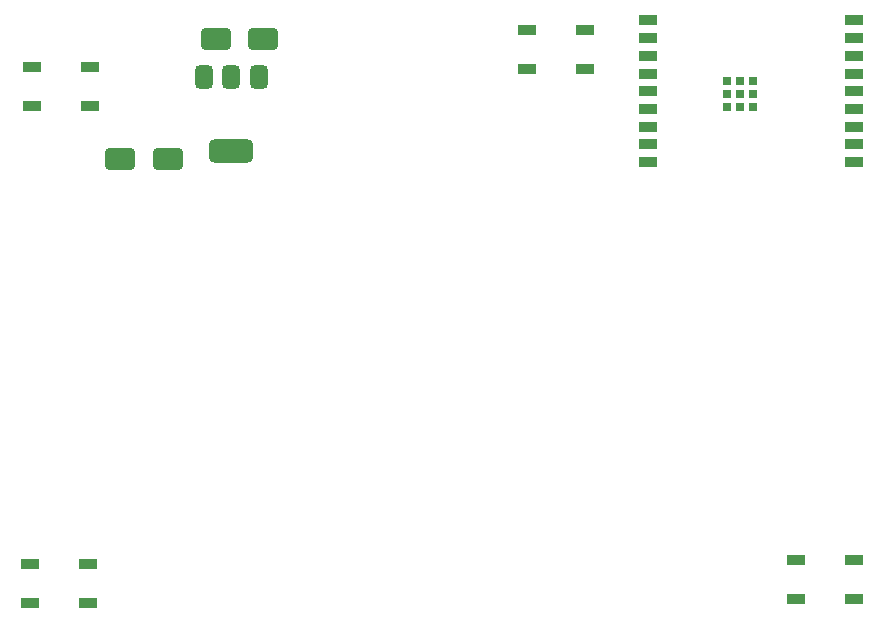
<source format=gbp>
%TF.GenerationSoftware,KiCad,Pcbnew,9.0.0*%
%TF.CreationDate,2025-03-29T02:07:02-04:00*%
%TF.ProjectId,SHERPENT20250113,53484552-5045-44e5-9432-303235303131,rev?*%
%TF.SameCoordinates,Original*%
%TF.FileFunction,Paste,Bot*%
%TF.FilePolarity,Positive*%
%FSLAX46Y46*%
G04 Gerber Fmt 4.6, Leading zero omitted, Abs format (unit mm)*
G04 Created by KiCad (PCBNEW 9.0.0) date 2025-03-29 02:07:02*
%MOMM*%
%LPD*%
G01*
G04 APERTURE LIST*
G04 Aperture macros list*
%AMRoundRect*
0 Rectangle with rounded corners*
0 $1 Rounding radius*
0 $2 $3 $4 $5 $6 $7 $8 $9 X,Y pos of 4 corners*
0 Add a 4 corners polygon primitive as box body*
4,1,4,$2,$3,$4,$5,$6,$7,$8,$9,$2,$3,0*
0 Add four circle primitives for the rounded corners*
1,1,$1+$1,$2,$3*
1,1,$1+$1,$4,$5*
1,1,$1+$1,$6,$7*
1,1,$1+$1,$8,$9*
0 Add four rect primitives between the rounded corners*
20,1,$1+$1,$2,$3,$4,$5,0*
20,1,$1+$1,$4,$5,$6,$7,0*
20,1,$1+$1,$6,$7,$8,$9,0*
20,1,$1+$1,$8,$9,$2,$3,0*%
G04 Aperture macros list end*
%ADD10RoundRect,0.250000X-1.000000X-0.650000X1.000000X-0.650000X1.000000X0.650000X-1.000000X0.650000X0*%
%ADD11RoundRect,0.250000X1.000000X0.650000X-1.000000X0.650000X-1.000000X-0.650000X1.000000X-0.650000X0*%
%ADD12RoundRect,0.090000X-0.660000X-0.360000X0.660000X-0.360000X0.660000X0.360000X-0.660000X0.360000X0*%
%ADD13RoundRect,0.375000X-0.375000X0.625000X-0.375000X-0.625000X0.375000X-0.625000X0.375000X0.625000X0*%
%ADD14RoundRect,0.500000X-1.400000X0.500000X-1.400000X-0.500000X1.400000X-0.500000X1.400000X0.500000X0*%
%ADD15RoundRect,0.090000X0.660000X0.360000X-0.660000X0.360000X-0.660000X-0.360000X0.660000X-0.360000X0*%
%ADD16R,0.700000X0.700000*%
%ADD17R,1.500000X0.900000*%
G04 APERTURE END LIST*
D10*
X143100000Y-88000000D03*
X147100000Y-88000000D03*
D11*
X155200000Y-77800000D03*
X151200000Y-77800000D03*
D12*
X177550000Y-80350000D03*
X177550000Y-77050000D03*
X182450000Y-77050000D03*
X182450000Y-80350000D03*
D13*
X150200000Y-81050000D03*
X152500000Y-81050000D03*
X154800000Y-81050000D03*
D14*
X152500000Y-87350000D03*
D15*
X205242400Y-121975000D03*
X205242400Y-125275000D03*
X200342400Y-125275000D03*
X200342400Y-121975000D03*
X140340000Y-122265000D03*
X140340000Y-125565000D03*
X135440000Y-125565000D03*
X135440000Y-122265000D03*
D16*
X196640000Y-83550000D03*
X196640000Y-82450000D03*
X196640000Y-81350000D03*
X195540000Y-83550000D03*
X195540000Y-82450000D03*
X195540000Y-81350000D03*
X194440000Y-83550000D03*
X194440000Y-82450000D03*
X194440000Y-81350000D03*
D17*
X205250000Y-76250000D03*
X205250000Y-77750000D03*
X205250000Y-79250000D03*
X205250000Y-80750000D03*
X205250000Y-82250000D03*
X205250000Y-83750000D03*
X205250000Y-85250000D03*
X205250000Y-86750000D03*
X205250000Y-88250000D03*
X187750000Y-88250000D03*
X187750000Y-86750000D03*
X187750000Y-85250000D03*
X187750000Y-83750000D03*
X187750000Y-82250000D03*
X187750000Y-80750000D03*
X187750000Y-79250000D03*
X187750000Y-77750000D03*
X187750000Y-76250000D03*
D12*
X135600000Y-83500000D03*
X135600000Y-80200000D03*
X140500000Y-80200000D03*
X140500000Y-83500000D03*
M02*

</source>
